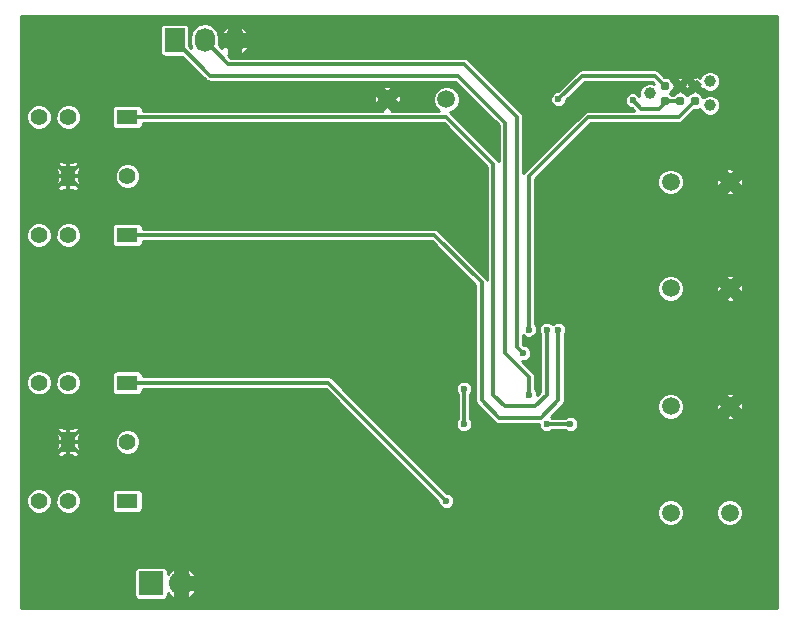
<source format=gbr>
G04 #@! TF.FileFunction,Copper,L2,Bot,Signal*
%FSLAX46Y46*%
G04 Gerber Fmt 4.6, Leading zero omitted, Abs format (unit mm)*
G04 Created by KiCad (PCBNEW 4.0.5) date Thursday, March 09, 2017 'PMt' 04:43:54 PM*
%MOMM*%
%LPD*%
G01*
G04 APERTURE LIST*
%ADD10C,0.150000*%
%ADD11R,1.727200X2.032000*%
%ADD12O,1.727200X2.032000*%
%ADD13C,1.000000*%
%ADD14C,0.787000*%
%ADD15C,1.500000*%
%ADD16R,2.032000X2.032000*%
%ADD17O,2.032000X2.032000*%
%ADD18C,1.400000*%
%ADD19R,1.300000X1.800000*%
%ADD20R,1.800000X1.300000*%
%ADD21C,0.600000*%
%ADD22C,0.300000*%
%ADD23C,0.254000*%
G04 APERTURE END LIST*
D10*
D11*
X148500000Y-43500000D03*
D12*
X151040000Y-43500000D03*
X153580000Y-43500000D03*
D13*
X193810000Y-49016000D03*
X193810000Y-46984000D03*
X188730000Y-48000000D03*
D14*
X192540000Y-48635000D03*
X192540000Y-47365000D03*
X191270000Y-48635000D03*
X191270000Y-47365000D03*
X190000000Y-48635000D03*
X190000000Y-47365000D03*
X190000000Y-47365000D03*
X190000000Y-48635000D03*
X191270000Y-47365000D03*
X191270000Y-48635000D03*
X192540000Y-47365000D03*
X192540000Y-48635000D03*
D13*
X188730000Y-48000000D03*
X193810000Y-46984000D03*
X193810000Y-49016000D03*
D15*
X195500000Y-74500000D03*
X190500000Y-74500000D03*
X195500000Y-64500000D03*
X190500000Y-64500000D03*
X195500000Y-55500000D03*
X190500000Y-55500000D03*
X195500000Y-83500000D03*
X190500000Y-83500000D03*
X166500000Y-48500000D03*
X171500000Y-48500000D03*
D16*
X146500000Y-89500000D03*
D17*
X149040000Y-89500000D03*
D18*
X137000000Y-50000000D03*
X139500000Y-50000000D03*
X137000000Y-60000000D03*
X139500000Y-60000000D03*
X144500000Y-55000000D03*
D19*
X139500000Y-55000000D03*
D20*
X144500000Y-60000000D03*
X144500000Y-50000000D03*
D18*
X137000000Y-72500000D03*
X139500000Y-72500000D03*
X137000000Y-82500000D03*
X139500000Y-82500000D03*
X144500000Y-77500000D03*
D19*
X139500000Y-77500000D03*
D20*
X144500000Y-82500000D03*
X144500000Y-72500000D03*
D21*
X149250000Y-65250000D03*
X158250000Y-74500000D03*
X139250000Y-87750000D03*
X167700000Y-84600000D03*
X151900000Y-87500000D03*
X161000000Y-86900000D03*
X174400000Y-50200000D03*
X174400000Y-57300000D03*
X181500000Y-50200000D03*
X181500000Y-57300000D03*
X158300000Y-66500000D03*
X170600000Y-67600000D03*
X185800000Y-45700000D03*
X173000000Y-67600000D03*
X187500000Y-83600000D03*
X178700000Y-80500000D03*
X167500000Y-82475000D03*
X159500000Y-80100000D03*
X160700000Y-58400000D03*
X170600000Y-57100000D03*
X157500000Y-47500000D03*
X173000000Y-73000000D03*
X173000000Y-76000000D03*
X180000000Y-76000000D03*
X182000000Y-76000000D03*
X187300000Y-48600000D03*
X181000000Y-48500000D03*
X171500000Y-82500000D03*
X181000000Y-68000000D03*
X180000000Y-68000000D03*
X178500000Y-73500000D03*
X178000000Y-70000000D03*
X178500000Y-68000000D03*
D22*
X139500000Y-77500000D02*
X138250000Y-78750000D01*
X139500000Y-77500000D02*
X140750000Y-78750000D01*
X139500000Y-77500000D02*
X138250000Y-76250000D01*
X139500000Y-77500000D02*
X140750000Y-76250000D01*
X139500000Y-77500000D02*
X137750000Y-77500000D01*
X139500000Y-77500000D02*
X139500000Y-79500000D01*
X139500000Y-77500000D02*
X141250000Y-77500000D01*
X139500000Y-77500000D02*
X139500000Y-75750000D01*
X139500000Y-55000000D02*
X138250000Y-56250000D01*
X139500000Y-55000000D02*
X138250000Y-53750000D01*
X139500000Y-55000000D02*
X140750000Y-56250000D01*
X139500000Y-55000000D02*
X140750000Y-53750000D01*
X139500000Y-55000000D02*
X138000000Y-55000000D01*
X139500000Y-55000000D02*
X139500000Y-56500000D01*
X139500000Y-55000000D02*
X141000000Y-55000000D01*
X139500000Y-55000000D02*
X139500000Y-53250000D01*
X167500000Y-82475000D02*
X167500000Y-82500000D01*
X173000000Y-76000000D02*
X173000000Y-73000000D01*
X182000000Y-76000000D02*
X180000000Y-76000000D01*
X190000000Y-48635000D02*
X190000000Y-48800000D01*
X190000000Y-48800000D02*
X189500000Y-49300000D01*
X188000000Y-49300000D02*
X187300000Y-48600000D01*
X189500000Y-49300000D02*
X188000000Y-49300000D01*
X190000000Y-48635000D02*
X191270000Y-48635000D01*
X190000000Y-47365000D02*
X189135000Y-46500000D01*
X183000000Y-46500000D02*
X189135000Y-46500000D01*
X183000000Y-46500000D02*
X181000000Y-48500000D01*
X190000000Y-47365000D02*
X189865000Y-47365000D01*
X161500000Y-72500000D02*
X144500000Y-72500000D01*
X171500000Y-82500000D02*
X161500000Y-72500000D01*
X181000000Y-68000000D02*
X181000000Y-74000000D01*
X170500000Y-60000000D02*
X144500000Y-60000000D01*
X174500000Y-64000000D02*
X170500000Y-60000000D01*
X174500000Y-74000000D02*
X174500000Y-64000000D01*
X176000000Y-75500000D02*
X174500000Y-74000000D01*
X179500000Y-75500000D02*
X176000000Y-75500000D01*
X181000000Y-74000000D02*
X179500000Y-75500000D01*
X180000000Y-68000000D02*
X180000000Y-73500000D01*
X171500000Y-50000000D02*
X144500000Y-50000000D01*
X175500000Y-54000000D02*
X171500000Y-50000000D01*
X175500000Y-73500000D02*
X175500000Y-54000000D01*
X176500000Y-74500000D02*
X175500000Y-73500000D01*
X179000000Y-74500000D02*
X176500000Y-74500000D01*
X180000000Y-73500000D02*
X179000000Y-74500000D01*
X178500000Y-73500000D02*
X178500000Y-72000000D01*
X151500000Y-46500000D02*
X148500000Y-43500000D01*
X172500000Y-46500000D02*
X151500000Y-46500000D01*
X176500000Y-50500000D02*
X172500000Y-46500000D01*
X176500000Y-70000000D02*
X176500000Y-50500000D01*
X178500000Y-72000000D02*
X176500000Y-70000000D01*
X178000000Y-70000000D02*
X177500000Y-69500000D01*
X153040000Y-45500000D02*
X151040000Y-43500000D01*
X173000000Y-45500000D02*
X153040000Y-45500000D01*
X177500000Y-50000000D02*
X173000000Y-45500000D01*
X177500000Y-69500000D02*
X177500000Y-50000000D01*
X178500000Y-68000000D02*
X178500000Y-55000000D01*
X191175000Y-50000000D02*
X192540000Y-48635000D01*
X183500000Y-50000000D02*
X191175000Y-50000000D01*
X178500000Y-55000000D02*
X183500000Y-50000000D01*
D23*
G36*
X199544000Y-91544000D02*
X135456000Y-91544000D01*
X135456000Y-88484000D01*
X145095536Y-88484000D01*
X145095536Y-90516000D01*
X145122103Y-90657190D01*
X145205546Y-90786865D01*
X145332866Y-90873859D01*
X145484000Y-90904464D01*
X147516000Y-90904464D01*
X147657190Y-90877897D01*
X147786865Y-90794454D01*
X147873859Y-90667134D01*
X147904464Y-90516000D01*
X147904464Y-90284677D01*
X148195797Y-90613125D01*
X148334676Y-90705872D01*
X148532000Y-90698536D01*
X148532000Y-90008000D01*
X149548000Y-90008000D01*
X149548000Y-90698536D01*
X149745324Y-90705872D01*
X149884203Y-90613125D01*
X150245916Y-90205331D01*
X150246157Y-90008000D01*
X149548000Y-90008000D01*
X148532000Y-90008000D01*
X148512000Y-90008000D01*
X148512000Y-88992000D01*
X148532000Y-88992000D01*
X148532000Y-88301464D01*
X149548000Y-88301464D01*
X149548000Y-88992000D01*
X150246157Y-88992000D01*
X150245916Y-88794669D01*
X149884203Y-88386875D01*
X149745324Y-88294128D01*
X149548000Y-88301464D01*
X148532000Y-88301464D01*
X148334676Y-88294128D01*
X148195797Y-88386875D01*
X147904464Y-88715323D01*
X147904464Y-88484000D01*
X147877897Y-88342810D01*
X147794454Y-88213135D01*
X147667134Y-88126141D01*
X147516000Y-88095536D01*
X145484000Y-88095536D01*
X145342810Y-88122103D01*
X145213135Y-88205546D01*
X145126141Y-88332866D01*
X145095536Y-88484000D01*
X135456000Y-88484000D01*
X135456000Y-83723983D01*
X189368804Y-83723983D01*
X189540625Y-84139823D01*
X189858503Y-84458256D01*
X190274043Y-84630804D01*
X190723983Y-84631196D01*
X191139823Y-84459375D01*
X191458256Y-84141497D01*
X191630804Y-83725957D01*
X191630805Y-83723983D01*
X194368804Y-83723983D01*
X194540625Y-84139823D01*
X194858503Y-84458256D01*
X195274043Y-84630804D01*
X195723983Y-84631196D01*
X196139823Y-84459375D01*
X196458256Y-84141497D01*
X196630804Y-83725957D01*
X196631196Y-83276017D01*
X196459375Y-82860177D01*
X196141497Y-82541744D01*
X195725957Y-82369196D01*
X195276017Y-82368804D01*
X194860177Y-82540625D01*
X194541744Y-82858503D01*
X194369196Y-83274043D01*
X194368804Y-83723983D01*
X191630805Y-83723983D01*
X191631196Y-83276017D01*
X191459375Y-82860177D01*
X191141497Y-82541744D01*
X190725957Y-82369196D01*
X190276017Y-82368804D01*
X189860177Y-82540625D01*
X189541744Y-82858503D01*
X189369196Y-83274043D01*
X189368804Y-83723983D01*
X135456000Y-83723983D01*
X135456000Y-82714081D01*
X135918813Y-82714081D01*
X136083038Y-83111537D01*
X136386863Y-83415893D01*
X136784032Y-83580812D01*
X137214081Y-83581187D01*
X137611537Y-83416962D01*
X137915893Y-83113137D01*
X138080812Y-82715968D01*
X138080813Y-82714081D01*
X138418813Y-82714081D01*
X138583038Y-83111537D01*
X138886863Y-83415893D01*
X139284032Y-83580812D01*
X139714081Y-83581187D01*
X140111537Y-83416962D01*
X140415893Y-83113137D01*
X140580812Y-82715968D01*
X140581187Y-82285919D01*
X140416962Y-81888463D01*
X140378567Y-81850000D01*
X143211536Y-81850000D01*
X143211536Y-83150000D01*
X143238103Y-83291190D01*
X143321546Y-83420865D01*
X143448866Y-83507859D01*
X143600000Y-83538464D01*
X145400000Y-83538464D01*
X145541190Y-83511897D01*
X145670865Y-83428454D01*
X145757859Y-83301134D01*
X145788464Y-83150000D01*
X145788464Y-81850000D01*
X145761897Y-81708810D01*
X145678454Y-81579135D01*
X145551134Y-81492141D01*
X145400000Y-81461536D01*
X143600000Y-81461536D01*
X143458810Y-81488103D01*
X143329135Y-81571546D01*
X143242141Y-81698866D01*
X143211536Y-81850000D01*
X140378567Y-81850000D01*
X140113137Y-81584107D01*
X139715968Y-81419188D01*
X139285919Y-81418813D01*
X138888463Y-81583038D01*
X138584107Y-81886863D01*
X138419188Y-82284032D01*
X138418813Y-82714081D01*
X138080813Y-82714081D01*
X138081187Y-82285919D01*
X137916962Y-81888463D01*
X137613137Y-81584107D01*
X137215968Y-81419188D01*
X136785919Y-81418813D01*
X136388463Y-81583038D01*
X136084107Y-81886863D01*
X135919188Y-82284032D01*
X135918813Y-82714081D01*
X135456000Y-82714081D01*
X135456000Y-76524215D01*
X138469000Y-76524215D01*
X138469000Y-76954750D01*
X138559000Y-77044750D01*
X138559000Y-77955250D01*
X138469000Y-78045250D01*
X138469000Y-78475785D01*
X138527004Y-78615819D01*
X138634180Y-78722996D01*
X138774214Y-78781000D01*
X139079750Y-78781000D01*
X139175000Y-78685750D01*
X139175000Y-78656000D01*
X139825000Y-78656000D01*
X139825000Y-78685750D01*
X139920250Y-78781000D01*
X140225786Y-78781000D01*
X140365820Y-78722996D01*
X140472996Y-78615819D01*
X140531000Y-78475785D01*
X140531000Y-78045250D01*
X140441000Y-77955250D01*
X140441000Y-77714081D01*
X143418813Y-77714081D01*
X143583038Y-78111537D01*
X143886863Y-78415893D01*
X144284032Y-78580812D01*
X144714081Y-78581187D01*
X145111537Y-78416962D01*
X145415893Y-78113137D01*
X145580812Y-77715968D01*
X145581187Y-77285919D01*
X145416962Y-76888463D01*
X145113137Y-76584107D01*
X144715968Y-76419188D01*
X144285919Y-76418813D01*
X143888463Y-76583038D01*
X143584107Y-76886863D01*
X143419188Y-77284032D01*
X143418813Y-77714081D01*
X140441000Y-77714081D01*
X140441000Y-77044750D01*
X140531000Y-76954750D01*
X140531000Y-76524215D01*
X140472996Y-76384181D01*
X140365820Y-76277004D01*
X140225786Y-76219000D01*
X139920250Y-76219000D01*
X139825000Y-76314250D01*
X139825000Y-76344000D01*
X139175000Y-76344000D01*
X139175000Y-76314250D01*
X139079750Y-76219000D01*
X138774214Y-76219000D01*
X138634180Y-76277004D01*
X138527004Y-76384181D01*
X138469000Y-76524215D01*
X135456000Y-76524215D01*
X135456000Y-72714081D01*
X135918813Y-72714081D01*
X136083038Y-73111537D01*
X136386863Y-73415893D01*
X136784032Y-73580812D01*
X137214081Y-73581187D01*
X137611537Y-73416962D01*
X137915893Y-73113137D01*
X138080812Y-72715968D01*
X138080813Y-72714081D01*
X138418813Y-72714081D01*
X138583038Y-73111537D01*
X138886863Y-73415893D01*
X139284032Y-73580812D01*
X139714081Y-73581187D01*
X140111537Y-73416962D01*
X140415893Y-73113137D01*
X140580812Y-72715968D01*
X140581187Y-72285919D01*
X140416962Y-71888463D01*
X140378567Y-71850000D01*
X143211536Y-71850000D01*
X143211536Y-73150000D01*
X143238103Y-73291190D01*
X143321546Y-73420865D01*
X143448866Y-73507859D01*
X143600000Y-73538464D01*
X145400000Y-73538464D01*
X145541190Y-73511897D01*
X145670865Y-73428454D01*
X145757859Y-73301134D01*
X145788464Y-73150000D01*
X145788464Y-73031000D01*
X161280052Y-73031000D01*
X170818939Y-82569886D01*
X170818882Y-82634865D01*
X170922339Y-82885252D01*
X171113741Y-83076987D01*
X171363946Y-83180882D01*
X171634865Y-83181118D01*
X171885252Y-83077661D01*
X172076987Y-82886259D01*
X172180882Y-82636054D01*
X172181118Y-82365135D01*
X172077661Y-82114748D01*
X171886259Y-81923013D01*
X171636054Y-81819118D01*
X171570007Y-81819060D01*
X162885813Y-73134865D01*
X172318882Y-73134865D01*
X172422339Y-73385252D01*
X172469000Y-73431994D01*
X172469000Y-75567834D01*
X172423013Y-75613741D01*
X172319118Y-75863946D01*
X172318882Y-76134865D01*
X172422339Y-76385252D01*
X172613741Y-76576987D01*
X172863946Y-76680882D01*
X173134865Y-76681118D01*
X173385252Y-76577661D01*
X173576987Y-76386259D01*
X173680882Y-76136054D01*
X173681118Y-75865135D01*
X173577661Y-75614748D01*
X173531000Y-75568006D01*
X173531000Y-73432166D01*
X173576987Y-73386259D01*
X173680882Y-73136054D01*
X173681118Y-72865135D01*
X173577661Y-72614748D01*
X173386259Y-72423013D01*
X173136054Y-72319118D01*
X172865135Y-72318882D01*
X172614748Y-72422339D01*
X172423013Y-72613741D01*
X172319118Y-72863946D01*
X172318882Y-73134865D01*
X162885813Y-73134865D01*
X161875474Y-72124526D01*
X161703205Y-72009420D01*
X161500000Y-71969000D01*
X145788464Y-71969000D01*
X145788464Y-71850000D01*
X145761897Y-71708810D01*
X145678454Y-71579135D01*
X145551134Y-71492141D01*
X145400000Y-71461536D01*
X143600000Y-71461536D01*
X143458810Y-71488103D01*
X143329135Y-71571546D01*
X143242141Y-71698866D01*
X143211536Y-71850000D01*
X140378567Y-71850000D01*
X140113137Y-71584107D01*
X139715968Y-71419188D01*
X139285919Y-71418813D01*
X138888463Y-71583038D01*
X138584107Y-71886863D01*
X138419188Y-72284032D01*
X138418813Y-72714081D01*
X138080813Y-72714081D01*
X138081187Y-72285919D01*
X137916962Y-71888463D01*
X137613137Y-71584107D01*
X137215968Y-71419188D01*
X136785919Y-71418813D01*
X136388463Y-71583038D01*
X136084107Y-71886863D01*
X135919188Y-72284032D01*
X135918813Y-72714081D01*
X135456000Y-72714081D01*
X135456000Y-60214081D01*
X135918813Y-60214081D01*
X136083038Y-60611537D01*
X136386863Y-60915893D01*
X136784032Y-61080812D01*
X137214081Y-61081187D01*
X137611537Y-60916962D01*
X137915893Y-60613137D01*
X138080812Y-60215968D01*
X138080813Y-60214081D01*
X138418813Y-60214081D01*
X138583038Y-60611537D01*
X138886863Y-60915893D01*
X139284032Y-61080812D01*
X139714081Y-61081187D01*
X140111537Y-60916962D01*
X140415893Y-60613137D01*
X140580812Y-60215968D01*
X140581187Y-59785919D01*
X140416962Y-59388463D01*
X140113137Y-59084107D01*
X139715968Y-58919188D01*
X139285919Y-58918813D01*
X138888463Y-59083038D01*
X138584107Y-59386863D01*
X138419188Y-59784032D01*
X138418813Y-60214081D01*
X138080813Y-60214081D01*
X138081187Y-59785919D01*
X137916962Y-59388463D01*
X137613137Y-59084107D01*
X137215968Y-58919188D01*
X136785919Y-58918813D01*
X136388463Y-59083038D01*
X136084107Y-59386863D01*
X135919188Y-59784032D01*
X135918813Y-60214081D01*
X135456000Y-60214081D01*
X135456000Y-54024215D01*
X138469000Y-54024215D01*
X138469000Y-54454750D01*
X138559000Y-54544750D01*
X138559000Y-55455250D01*
X138469000Y-55545250D01*
X138469000Y-55975785D01*
X138527004Y-56115819D01*
X138634180Y-56222996D01*
X138774214Y-56281000D01*
X139079750Y-56281000D01*
X139175000Y-56185750D01*
X139175000Y-56156000D01*
X139825000Y-56156000D01*
X139825000Y-56185750D01*
X139920250Y-56281000D01*
X140225786Y-56281000D01*
X140365820Y-56222996D01*
X140472996Y-56115819D01*
X140531000Y-55975785D01*
X140531000Y-55545250D01*
X140441000Y-55455250D01*
X140441000Y-55214081D01*
X143418813Y-55214081D01*
X143583038Y-55611537D01*
X143886863Y-55915893D01*
X144284032Y-56080812D01*
X144714081Y-56081187D01*
X145111537Y-55916962D01*
X145415893Y-55613137D01*
X145580812Y-55215968D01*
X145581187Y-54785919D01*
X145416962Y-54388463D01*
X145113137Y-54084107D01*
X144715968Y-53919188D01*
X144285919Y-53918813D01*
X143888463Y-54083038D01*
X143584107Y-54386863D01*
X143419188Y-54784032D01*
X143418813Y-55214081D01*
X140441000Y-55214081D01*
X140441000Y-54544750D01*
X140531000Y-54454750D01*
X140531000Y-54024215D01*
X140472996Y-53884181D01*
X140365820Y-53777004D01*
X140225786Y-53719000D01*
X139920250Y-53719000D01*
X139825000Y-53814250D01*
X139825000Y-53844000D01*
X139175000Y-53844000D01*
X139175000Y-53814250D01*
X139079750Y-53719000D01*
X138774214Y-53719000D01*
X138634180Y-53777004D01*
X138527004Y-53884181D01*
X138469000Y-54024215D01*
X135456000Y-54024215D01*
X135456000Y-50214081D01*
X135918813Y-50214081D01*
X136083038Y-50611537D01*
X136386863Y-50915893D01*
X136784032Y-51080812D01*
X137214081Y-51081187D01*
X137611537Y-50916962D01*
X137915893Y-50613137D01*
X138080812Y-50215968D01*
X138080813Y-50214081D01*
X138418813Y-50214081D01*
X138583038Y-50611537D01*
X138886863Y-50915893D01*
X139284032Y-51080812D01*
X139714081Y-51081187D01*
X140111537Y-50916962D01*
X140415893Y-50613137D01*
X140580812Y-50215968D01*
X140581187Y-49785919D01*
X140416962Y-49388463D01*
X140378567Y-49350000D01*
X143211536Y-49350000D01*
X143211536Y-50650000D01*
X143238103Y-50791190D01*
X143321546Y-50920865D01*
X143448866Y-51007859D01*
X143600000Y-51038464D01*
X145400000Y-51038464D01*
X145541190Y-51011897D01*
X145670865Y-50928454D01*
X145757859Y-50801134D01*
X145788464Y-50650000D01*
X145788464Y-50531000D01*
X171280052Y-50531000D01*
X174969000Y-54219948D01*
X174969000Y-63764498D01*
X174875474Y-63624526D01*
X170875474Y-59624526D01*
X170703205Y-59509420D01*
X170500000Y-59469000D01*
X145788464Y-59469000D01*
X145788464Y-59350000D01*
X145761897Y-59208810D01*
X145678454Y-59079135D01*
X145551134Y-58992141D01*
X145400000Y-58961536D01*
X143600000Y-58961536D01*
X143458810Y-58988103D01*
X143329135Y-59071546D01*
X143242141Y-59198866D01*
X143211536Y-59350000D01*
X143211536Y-60650000D01*
X143238103Y-60791190D01*
X143321546Y-60920865D01*
X143448866Y-61007859D01*
X143600000Y-61038464D01*
X145400000Y-61038464D01*
X145541190Y-61011897D01*
X145670865Y-60928454D01*
X145757859Y-60801134D01*
X145788464Y-60650000D01*
X145788464Y-60531000D01*
X170280052Y-60531000D01*
X173969000Y-64219948D01*
X173969000Y-74000000D01*
X174009420Y-74203205D01*
X174124526Y-74375474D01*
X175624524Y-75875471D01*
X175624526Y-75875474D01*
X175796795Y-75990580D01*
X176000000Y-76031000D01*
X179318972Y-76031000D01*
X179318882Y-76134865D01*
X179422339Y-76385252D01*
X179613741Y-76576987D01*
X179863946Y-76680882D01*
X180134865Y-76681118D01*
X180385252Y-76577661D01*
X180431994Y-76531000D01*
X181567834Y-76531000D01*
X181613741Y-76576987D01*
X181863946Y-76680882D01*
X182134865Y-76681118D01*
X182385252Y-76577661D01*
X182576987Y-76386259D01*
X182680882Y-76136054D01*
X182681118Y-75865135D01*
X182577661Y-75614748D01*
X182386259Y-75423013D01*
X182136054Y-75319118D01*
X181865135Y-75318882D01*
X181614748Y-75422339D01*
X181568006Y-75469000D01*
X180432166Y-75469000D01*
X180386259Y-75423013D01*
X180345047Y-75405900D01*
X181026964Y-74723983D01*
X189368804Y-74723983D01*
X189540625Y-75139823D01*
X189858503Y-75458256D01*
X190274043Y-75630804D01*
X190723983Y-75631196D01*
X191127068Y-75464645D01*
X195065685Y-75464645D01*
X195162413Y-75602637D01*
X195610071Y-75647893D01*
X195837587Y-75602637D01*
X195934315Y-75464645D01*
X195500000Y-75030330D01*
X195065685Y-75464645D01*
X191127068Y-75464645D01*
X191139823Y-75459375D01*
X191458256Y-75141497D01*
X191630804Y-74725957D01*
X191630904Y-74610071D01*
X194352107Y-74610071D01*
X194397363Y-74837587D01*
X194535355Y-74934315D01*
X194969670Y-74500000D01*
X196030330Y-74500000D01*
X196464645Y-74934315D01*
X196602637Y-74837587D01*
X196647893Y-74389929D01*
X196602637Y-74162413D01*
X196464645Y-74065685D01*
X196030330Y-74500000D01*
X194969670Y-74500000D01*
X194535355Y-74065685D01*
X194397363Y-74162413D01*
X194352107Y-74610071D01*
X191630904Y-74610071D01*
X191631196Y-74276017D01*
X191459375Y-73860177D01*
X191141497Y-73541744D01*
X191126111Y-73535355D01*
X195065685Y-73535355D01*
X195500000Y-73969670D01*
X195934315Y-73535355D01*
X195837587Y-73397363D01*
X195389929Y-73352107D01*
X195162413Y-73397363D01*
X195065685Y-73535355D01*
X191126111Y-73535355D01*
X190725957Y-73369196D01*
X190276017Y-73368804D01*
X189860177Y-73540625D01*
X189541744Y-73858503D01*
X189369196Y-74274043D01*
X189368804Y-74723983D01*
X181026964Y-74723983D01*
X181375471Y-74375476D01*
X181375474Y-74375474D01*
X181490580Y-74203205D01*
X181531000Y-74000000D01*
X181531000Y-68432166D01*
X181576987Y-68386259D01*
X181680882Y-68136054D01*
X181681118Y-67865135D01*
X181577661Y-67614748D01*
X181386259Y-67423013D01*
X181136054Y-67319118D01*
X180865135Y-67318882D01*
X180614748Y-67422339D01*
X180499968Y-67536920D01*
X180386259Y-67423013D01*
X180136054Y-67319118D01*
X179865135Y-67318882D01*
X179614748Y-67422339D01*
X179423013Y-67613741D01*
X179319118Y-67863946D01*
X179318882Y-68134865D01*
X179422339Y-68385252D01*
X179469000Y-68431994D01*
X179469000Y-73280053D01*
X179180941Y-73568111D01*
X179181118Y-73365135D01*
X179077661Y-73114748D01*
X179031000Y-73068006D01*
X179031000Y-72000000D01*
X178990580Y-71796795D01*
X178875474Y-71624526D01*
X177931889Y-70680941D01*
X178134865Y-70681118D01*
X178385252Y-70577661D01*
X178576987Y-70386259D01*
X178680882Y-70136054D01*
X178681118Y-69865135D01*
X178577661Y-69614748D01*
X178386259Y-69423013D01*
X178136054Y-69319118D01*
X178070008Y-69319060D01*
X178031000Y-69280052D01*
X178031000Y-68494102D01*
X178113741Y-68576987D01*
X178363946Y-68680882D01*
X178634865Y-68681118D01*
X178885252Y-68577661D01*
X179076987Y-68386259D01*
X179180882Y-68136054D01*
X179181118Y-67865135D01*
X179077661Y-67614748D01*
X179031000Y-67568006D01*
X179031000Y-64723983D01*
X189368804Y-64723983D01*
X189540625Y-65139823D01*
X189858503Y-65458256D01*
X190274043Y-65630804D01*
X190723983Y-65631196D01*
X191127068Y-65464645D01*
X195065685Y-65464645D01*
X195162413Y-65602637D01*
X195610071Y-65647893D01*
X195837587Y-65602637D01*
X195934315Y-65464645D01*
X195500000Y-65030330D01*
X195065685Y-65464645D01*
X191127068Y-65464645D01*
X191139823Y-65459375D01*
X191458256Y-65141497D01*
X191630804Y-64725957D01*
X191630904Y-64610071D01*
X194352107Y-64610071D01*
X194397363Y-64837587D01*
X194535355Y-64934315D01*
X194969670Y-64500000D01*
X196030330Y-64500000D01*
X196464645Y-64934315D01*
X196602637Y-64837587D01*
X196647893Y-64389929D01*
X196602637Y-64162413D01*
X196464645Y-64065685D01*
X196030330Y-64500000D01*
X194969670Y-64500000D01*
X194535355Y-64065685D01*
X194397363Y-64162413D01*
X194352107Y-64610071D01*
X191630904Y-64610071D01*
X191631196Y-64276017D01*
X191459375Y-63860177D01*
X191141497Y-63541744D01*
X191126111Y-63535355D01*
X195065685Y-63535355D01*
X195500000Y-63969670D01*
X195934315Y-63535355D01*
X195837587Y-63397363D01*
X195389929Y-63352107D01*
X195162413Y-63397363D01*
X195065685Y-63535355D01*
X191126111Y-63535355D01*
X190725957Y-63369196D01*
X190276017Y-63368804D01*
X189860177Y-63540625D01*
X189541744Y-63858503D01*
X189369196Y-64274043D01*
X189368804Y-64723983D01*
X179031000Y-64723983D01*
X179031000Y-55723983D01*
X189368804Y-55723983D01*
X189540625Y-56139823D01*
X189858503Y-56458256D01*
X190274043Y-56630804D01*
X190723983Y-56631196D01*
X191127068Y-56464645D01*
X195065685Y-56464645D01*
X195162413Y-56602637D01*
X195610071Y-56647893D01*
X195837587Y-56602637D01*
X195934315Y-56464645D01*
X195500000Y-56030330D01*
X195065685Y-56464645D01*
X191127068Y-56464645D01*
X191139823Y-56459375D01*
X191458256Y-56141497D01*
X191630804Y-55725957D01*
X191630904Y-55610071D01*
X194352107Y-55610071D01*
X194397363Y-55837587D01*
X194535355Y-55934315D01*
X194969670Y-55500000D01*
X196030330Y-55500000D01*
X196464645Y-55934315D01*
X196602637Y-55837587D01*
X196647893Y-55389929D01*
X196602637Y-55162413D01*
X196464645Y-55065685D01*
X196030330Y-55500000D01*
X194969670Y-55500000D01*
X194535355Y-55065685D01*
X194397363Y-55162413D01*
X194352107Y-55610071D01*
X191630904Y-55610071D01*
X191631196Y-55276017D01*
X191459375Y-54860177D01*
X191141497Y-54541744D01*
X191126111Y-54535355D01*
X195065685Y-54535355D01*
X195500000Y-54969670D01*
X195934315Y-54535355D01*
X195837587Y-54397363D01*
X195389929Y-54352107D01*
X195162413Y-54397363D01*
X195065685Y-54535355D01*
X191126111Y-54535355D01*
X190725957Y-54369196D01*
X190276017Y-54368804D01*
X189860177Y-54540625D01*
X189541744Y-54858503D01*
X189369196Y-55274043D01*
X189368804Y-55723983D01*
X179031000Y-55723983D01*
X179031000Y-55219948D01*
X183719948Y-50531000D01*
X191175000Y-50531000D01*
X191378205Y-50490580D01*
X191550474Y-50375474D01*
X192516468Y-49409480D01*
X192693382Y-49409634D01*
X192971859Y-49294570D01*
X193062689Y-49514395D01*
X193310302Y-49762440D01*
X193633989Y-49896847D01*
X193984473Y-49897153D01*
X194308395Y-49763311D01*
X194556440Y-49515698D01*
X194690847Y-49192011D01*
X194691153Y-48841527D01*
X194557311Y-48517605D01*
X194309698Y-48269560D01*
X193986011Y-48135153D01*
X193635527Y-48134847D01*
X193311605Y-48268689D01*
X193251461Y-48328728D01*
X193196972Y-48196854D01*
X192979292Y-47978794D01*
X192801879Y-47905126D01*
X192540000Y-47643247D01*
X192278002Y-47905245D01*
X192101854Y-47978028D01*
X191904848Y-48174691D01*
X191709292Y-47978794D01*
X191531879Y-47905126D01*
X191270000Y-47643247D01*
X191008002Y-47905245D01*
X190831854Y-47978028D01*
X190705662Y-48104000D01*
X190564280Y-48104000D01*
X190460309Y-47999848D01*
X190656206Y-47804292D01*
X190729874Y-47626879D01*
X190991753Y-47365000D01*
X191548247Y-47365000D01*
X191797459Y-47614212D01*
X191805641Y-47655347D01*
X191855070Y-47671823D01*
X191880034Y-47696787D01*
X191905000Y-47688465D01*
X191929966Y-47696787D01*
X191954930Y-47671823D01*
X192004359Y-47655347D01*
X192011698Y-47615055D01*
X192261753Y-47365000D01*
X192012541Y-47115788D01*
X192004359Y-47074653D01*
X191954930Y-47058177D01*
X191929966Y-47033213D01*
X191905000Y-47041535D01*
X191880034Y-47033213D01*
X191855070Y-47058177D01*
X191805641Y-47074653D01*
X191798302Y-47114945D01*
X191548247Y-47365000D01*
X190991753Y-47365000D01*
X190729755Y-47103002D01*
X190656972Y-46926854D01*
X190485384Y-46754966D01*
X190938213Y-46754966D01*
X191270000Y-47086753D01*
X191601787Y-46754966D01*
X192208213Y-46754966D01*
X192540000Y-47086753D01*
X192679123Y-46947630D01*
X192956224Y-47224731D01*
X192956894Y-47226353D01*
X192818247Y-47365000D01*
X193150034Y-47696787D01*
X193245082Y-47665106D01*
X193310302Y-47730440D01*
X193633989Y-47864847D01*
X193984473Y-47865153D01*
X194308395Y-47731311D01*
X194556440Y-47483698D01*
X194690847Y-47160011D01*
X194691153Y-46809527D01*
X194557311Y-46485605D01*
X194309698Y-46237560D01*
X193986011Y-46103153D01*
X193635527Y-46102847D01*
X193311605Y-46236689D01*
X193063560Y-46484302D01*
X192978176Y-46689928D01*
X192737412Y-46449164D01*
X192598215Y-46588361D01*
X192527218Y-46575430D01*
X192249653Y-46630641D01*
X192208213Y-46754966D01*
X191601787Y-46754966D01*
X191560347Y-46630641D01*
X191257218Y-46575430D01*
X190979653Y-46630641D01*
X190938213Y-46754966D01*
X190485384Y-46754966D01*
X190439292Y-46708794D01*
X190154733Y-46590635D01*
X189976427Y-46590479D01*
X189510474Y-46124526D01*
X189338205Y-46009420D01*
X189135000Y-45969000D01*
X183000000Y-45969000D01*
X182796795Y-46009420D01*
X182624526Y-46124526D01*
X180930113Y-47818939D01*
X180865135Y-47818882D01*
X180614748Y-47922339D01*
X180423013Y-48113741D01*
X180319118Y-48363946D01*
X180318882Y-48634865D01*
X180422339Y-48885252D01*
X180613741Y-49076987D01*
X180863946Y-49180882D01*
X181134865Y-49181118D01*
X181385252Y-49077661D01*
X181576987Y-48886259D01*
X181680882Y-48636054D01*
X181680940Y-48570008D01*
X183219948Y-47031000D01*
X188915052Y-47031000D01*
X189072222Y-47188170D01*
X188906011Y-47119153D01*
X188555527Y-47118847D01*
X188231605Y-47252689D01*
X187983560Y-47500302D01*
X187849153Y-47823989D01*
X187848847Y-48174473D01*
X187856892Y-48193943D01*
X187686259Y-48023013D01*
X187436054Y-47919118D01*
X187165135Y-47918882D01*
X186914748Y-48022339D01*
X186723013Y-48213741D01*
X186619118Y-48463946D01*
X186618882Y-48734865D01*
X186722339Y-48985252D01*
X186913741Y-49176987D01*
X187163946Y-49280882D01*
X187229992Y-49280940D01*
X187418053Y-49469000D01*
X183500005Y-49469000D01*
X183500000Y-49468999D01*
X183296795Y-49509420D01*
X183124526Y-49624526D01*
X178124526Y-54624526D01*
X178031000Y-54764498D01*
X178031000Y-50000000D01*
X177990580Y-49796795D01*
X177875474Y-49624526D01*
X173375474Y-45124526D01*
X173203205Y-45009420D01*
X173000000Y-44969000D01*
X153259948Y-44969000D01*
X153022804Y-44731856D01*
X153148200Y-44717555D01*
X153148200Y-44008000D01*
X154011800Y-44008000D01*
X154011800Y-44717555D01*
X154189089Y-44737775D01*
X154391630Y-44566825D01*
X154679784Y-44186621D01*
X154654564Y-44008000D01*
X154011800Y-44008000D01*
X153148200Y-44008000D01*
X152505436Y-44008000D01*
X152480216Y-44186621D01*
X152488502Y-44197554D01*
X152232523Y-43941575D01*
X152284600Y-43679769D01*
X152284600Y-43320231D01*
X152189860Y-42843943D01*
X152169438Y-42813379D01*
X152480216Y-42813379D01*
X152505436Y-42992000D01*
X153148200Y-42992000D01*
X153148200Y-42282445D01*
X154011800Y-42282445D01*
X154011800Y-42992000D01*
X154654564Y-42992000D01*
X154679784Y-42813379D01*
X154391630Y-42433175D01*
X154189089Y-42262225D01*
X154011800Y-42282445D01*
X153148200Y-42282445D01*
X152970911Y-42262225D01*
X152768370Y-42433175D01*
X152480216Y-42813379D01*
X152169438Y-42813379D01*
X151920065Y-42440166D01*
X151516288Y-42170371D01*
X151040000Y-42075631D01*
X150563712Y-42170371D01*
X150159935Y-42440166D01*
X149890140Y-42843943D01*
X149795400Y-43320231D01*
X149795400Y-43679769D01*
X149885952Y-44135005D01*
X149752064Y-44001116D01*
X149752064Y-42484000D01*
X149725497Y-42342810D01*
X149642054Y-42213135D01*
X149514734Y-42126141D01*
X149363600Y-42095536D01*
X147636400Y-42095536D01*
X147495210Y-42122103D01*
X147365535Y-42205546D01*
X147278541Y-42332866D01*
X147247936Y-42484000D01*
X147247936Y-44516000D01*
X147274503Y-44657190D01*
X147357946Y-44786865D01*
X147485266Y-44873859D01*
X147636400Y-44904464D01*
X149153516Y-44904464D01*
X151124524Y-46875471D01*
X151124526Y-46875474D01*
X151199707Y-46925708D01*
X151296795Y-46990580D01*
X151500000Y-47031001D01*
X151500005Y-47031000D01*
X172280052Y-47031000D01*
X175969000Y-50719948D01*
X175969000Y-53764498D01*
X175875474Y-53624526D01*
X171875474Y-49624526D01*
X171823757Y-49589970D01*
X172139823Y-49459375D01*
X172458256Y-49141497D01*
X172630804Y-48725957D01*
X172631196Y-48276017D01*
X172459375Y-47860177D01*
X172141497Y-47541744D01*
X171725957Y-47369196D01*
X171276017Y-47368804D01*
X170860177Y-47540625D01*
X170541744Y-47858503D01*
X170369196Y-48274043D01*
X170368804Y-48723983D01*
X170540625Y-49139823D01*
X170858503Y-49458256D01*
X170884377Y-49469000D01*
X166931262Y-49469000D01*
X166934315Y-49464645D01*
X166500000Y-49030330D01*
X166065685Y-49464645D01*
X166068738Y-49469000D01*
X145788464Y-49469000D01*
X145788464Y-49350000D01*
X145761897Y-49208810D01*
X145678454Y-49079135D01*
X145551134Y-48992141D01*
X145400000Y-48961536D01*
X143600000Y-48961536D01*
X143458810Y-48988103D01*
X143329135Y-49071546D01*
X143242141Y-49198866D01*
X143211536Y-49350000D01*
X140378567Y-49350000D01*
X140113137Y-49084107D01*
X139715968Y-48919188D01*
X139285919Y-48918813D01*
X138888463Y-49083038D01*
X138584107Y-49386863D01*
X138419188Y-49784032D01*
X138418813Y-50214081D01*
X138080813Y-50214081D01*
X138081187Y-49785919D01*
X137916962Y-49388463D01*
X137613137Y-49084107D01*
X137215968Y-48919188D01*
X136785919Y-48918813D01*
X136388463Y-49083038D01*
X136084107Y-49386863D01*
X135919188Y-49784032D01*
X135918813Y-50214081D01*
X135456000Y-50214081D01*
X135456000Y-48610071D01*
X165352107Y-48610071D01*
X165397363Y-48837587D01*
X165535355Y-48934315D01*
X165969670Y-48500000D01*
X167030330Y-48500000D01*
X167464645Y-48934315D01*
X167602637Y-48837587D01*
X167647893Y-48389929D01*
X167602637Y-48162413D01*
X167464645Y-48065685D01*
X167030330Y-48500000D01*
X165969670Y-48500000D01*
X165535355Y-48065685D01*
X165397363Y-48162413D01*
X165352107Y-48610071D01*
X135456000Y-48610071D01*
X135456000Y-47535355D01*
X166065685Y-47535355D01*
X166500000Y-47969670D01*
X166934315Y-47535355D01*
X166837587Y-47397363D01*
X166389929Y-47352107D01*
X166162413Y-47397363D01*
X166065685Y-47535355D01*
X135456000Y-47535355D01*
X135456000Y-41456000D01*
X199544000Y-41456000D01*
X199544000Y-91544000D01*
X199544000Y-91544000D01*
G37*
X199544000Y-91544000D02*
X135456000Y-91544000D01*
X135456000Y-88484000D01*
X145095536Y-88484000D01*
X145095536Y-90516000D01*
X145122103Y-90657190D01*
X145205546Y-90786865D01*
X145332866Y-90873859D01*
X145484000Y-90904464D01*
X147516000Y-90904464D01*
X147657190Y-90877897D01*
X147786865Y-90794454D01*
X147873859Y-90667134D01*
X147904464Y-90516000D01*
X147904464Y-90284677D01*
X148195797Y-90613125D01*
X148334676Y-90705872D01*
X148532000Y-90698536D01*
X148532000Y-90008000D01*
X149548000Y-90008000D01*
X149548000Y-90698536D01*
X149745324Y-90705872D01*
X149884203Y-90613125D01*
X150245916Y-90205331D01*
X150246157Y-90008000D01*
X149548000Y-90008000D01*
X148532000Y-90008000D01*
X148512000Y-90008000D01*
X148512000Y-88992000D01*
X148532000Y-88992000D01*
X148532000Y-88301464D01*
X149548000Y-88301464D01*
X149548000Y-88992000D01*
X150246157Y-88992000D01*
X150245916Y-88794669D01*
X149884203Y-88386875D01*
X149745324Y-88294128D01*
X149548000Y-88301464D01*
X148532000Y-88301464D01*
X148334676Y-88294128D01*
X148195797Y-88386875D01*
X147904464Y-88715323D01*
X147904464Y-88484000D01*
X147877897Y-88342810D01*
X147794454Y-88213135D01*
X147667134Y-88126141D01*
X147516000Y-88095536D01*
X145484000Y-88095536D01*
X145342810Y-88122103D01*
X145213135Y-88205546D01*
X145126141Y-88332866D01*
X145095536Y-88484000D01*
X135456000Y-88484000D01*
X135456000Y-83723983D01*
X189368804Y-83723983D01*
X189540625Y-84139823D01*
X189858503Y-84458256D01*
X190274043Y-84630804D01*
X190723983Y-84631196D01*
X191139823Y-84459375D01*
X191458256Y-84141497D01*
X191630804Y-83725957D01*
X191630805Y-83723983D01*
X194368804Y-83723983D01*
X194540625Y-84139823D01*
X194858503Y-84458256D01*
X195274043Y-84630804D01*
X195723983Y-84631196D01*
X196139823Y-84459375D01*
X196458256Y-84141497D01*
X196630804Y-83725957D01*
X196631196Y-83276017D01*
X196459375Y-82860177D01*
X196141497Y-82541744D01*
X195725957Y-82369196D01*
X195276017Y-82368804D01*
X194860177Y-82540625D01*
X194541744Y-82858503D01*
X194369196Y-83274043D01*
X194368804Y-83723983D01*
X191630805Y-83723983D01*
X191631196Y-83276017D01*
X191459375Y-82860177D01*
X191141497Y-82541744D01*
X190725957Y-82369196D01*
X190276017Y-82368804D01*
X189860177Y-82540625D01*
X189541744Y-82858503D01*
X189369196Y-83274043D01*
X189368804Y-83723983D01*
X135456000Y-83723983D01*
X135456000Y-82714081D01*
X135918813Y-82714081D01*
X136083038Y-83111537D01*
X136386863Y-83415893D01*
X136784032Y-83580812D01*
X137214081Y-83581187D01*
X137611537Y-83416962D01*
X137915893Y-83113137D01*
X138080812Y-82715968D01*
X138080813Y-82714081D01*
X138418813Y-82714081D01*
X138583038Y-83111537D01*
X138886863Y-83415893D01*
X139284032Y-83580812D01*
X139714081Y-83581187D01*
X140111537Y-83416962D01*
X140415893Y-83113137D01*
X140580812Y-82715968D01*
X140581187Y-82285919D01*
X140416962Y-81888463D01*
X140378567Y-81850000D01*
X143211536Y-81850000D01*
X143211536Y-83150000D01*
X143238103Y-83291190D01*
X143321546Y-83420865D01*
X143448866Y-83507859D01*
X143600000Y-83538464D01*
X145400000Y-83538464D01*
X145541190Y-83511897D01*
X145670865Y-83428454D01*
X145757859Y-83301134D01*
X145788464Y-83150000D01*
X145788464Y-81850000D01*
X145761897Y-81708810D01*
X145678454Y-81579135D01*
X145551134Y-81492141D01*
X145400000Y-81461536D01*
X143600000Y-81461536D01*
X143458810Y-81488103D01*
X143329135Y-81571546D01*
X143242141Y-81698866D01*
X143211536Y-81850000D01*
X140378567Y-81850000D01*
X140113137Y-81584107D01*
X139715968Y-81419188D01*
X139285919Y-81418813D01*
X138888463Y-81583038D01*
X138584107Y-81886863D01*
X138419188Y-82284032D01*
X138418813Y-82714081D01*
X138080813Y-82714081D01*
X138081187Y-82285919D01*
X137916962Y-81888463D01*
X137613137Y-81584107D01*
X137215968Y-81419188D01*
X136785919Y-81418813D01*
X136388463Y-81583038D01*
X136084107Y-81886863D01*
X135919188Y-82284032D01*
X135918813Y-82714081D01*
X135456000Y-82714081D01*
X135456000Y-76524215D01*
X138469000Y-76524215D01*
X138469000Y-76954750D01*
X138559000Y-77044750D01*
X138559000Y-77955250D01*
X138469000Y-78045250D01*
X138469000Y-78475785D01*
X138527004Y-78615819D01*
X138634180Y-78722996D01*
X138774214Y-78781000D01*
X139079750Y-78781000D01*
X139175000Y-78685750D01*
X139175000Y-78656000D01*
X139825000Y-78656000D01*
X139825000Y-78685750D01*
X139920250Y-78781000D01*
X140225786Y-78781000D01*
X140365820Y-78722996D01*
X140472996Y-78615819D01*
X140531000Y-78475785D01*
X140531000Y-78045250D01*
X140441000Y-77955250D01*
X140441000Y-77714081D01*
X143418813Y-77714081D01*
X143583038Y-78111537D01*
X143886863Y-78415893D01*
X144284032Y-78580812D01*
X144714081Y-78581187D01*
X145111537Y-78416962D01*
X145415893Y-78113137D01*
X145580812Y-77715968D01*
X145581187Y-77285919D01*
X145416962Y-76888463D01*
X145113137Y-76584107D01*
X144715968Y-76419188D01*
X144285919Y-76418813D01*
X143888463Y-76583038D01*
X143584107Y-76886863D01*
X143419188Y-77284032D01*
X143418813Y-77714081D01*
X140441000Y-77714081D01*
X140441000Y-77044750D01*
X140531000Y-76954750D01*
X140531000Y-76524215D01*
X140472996Y-76384181D01*
X140365820Y-76277004D01*
X140225786Y-76219000D01*
X139920250Y-76219000D01*
X139825000Y-76314250D01*
X139825000Y-76344000D01*
X139175000Y-76344000D01*
X139175000Y-76314250D01*
X139079750Y-76219000D01*
X138774214Y-76219000D01*
X138634180Y-76277004D01*
X138527004Y-76384181D01*
X138469000Y-76524215D01*
X135456000Y-76524215D01*
X135456000Y-72714081D01*
X135918813Y-72714081D01*
X136083038Y-73111537D01*
X136386863Y-73415893D01*
X136784032Y-73580812D01*
X137214081Y-73581187D01*
X137611537Y-73416962D01*
X137915893Y-73113137D01*
X138080812Y-72715968D01*
X138080813Y-72714081D01*
X138418813Y-72714081D01*
X138583038Y-73111537D01*
X138886863Y-73415893D01*
X139284032Y-73580812D01*
X139714081Y-73581187D01*
X140111537Y-73416962D01*
X140415893Y-73113137D01*
X140580812Y-72715968D01*
X140581187Y-72285919D01*
X140416962Y-71888463D01*
X140378567Y-71850000D01*
X143211536Y-71850000D01*
X143211536Y-73150000D01*
X143238103Y-73291190D01*
X143321546Y-73420865D01*
X143448866Y-73507859D01*
X143600000Y-73538464D01*
X145400000Y-73538464D01*
X145541190Y-73511897D01*
X145670865Y-73428454D01*
X145757859Y-73301134D01*
X145788464Y-73150000D01*
X145788464Y-73031000D01*
X161280052Y-73031000D01*
X170818939Y-82569886D01*
X170818882Y-82634865D01*
X170922339Y-82885252D01*
X171113741Y-83076987D01*
X171363946Y-83180882D01*
X171634865Y-83181118D01*
X171885252Y-83077661D01*
X172076987Y-82886259D01*
X172180882Y-82636054D01*
X172181118Y-82365135D01*
X172077661Y-82114748D01*
X171886259Y-81923013D01*
X171636054Y-81819118D01*
X171570007Y-81819060D01*
X162885813Y-73134865D01*
X172318882Y-73134865D01*
X172422339Y-73385252D01*
X172469000Y-73431994D01*
X172469000Y-75567834D01*
X172423013Y-75613741D01*
X172319118Y-75863946D01*
X172318882Y-76134865D01*
X172422339Y-76385252D01*
X172613741Y-76576987D01*
X172863946Y-76680882D01*
X173134865Y-76681118D01*
X173385252Y-76577661D01*
X173576987Y-76386259D01*
X173680882Y-76136054D01*
X173681118Y-75865135D01*
X173577661Y-75614748D01*
X173531000Y-75568006D01*
X173531000Y-73432166D01*
X173576987Y-73386259D01*
X173680882Y-73136054D01*
X173681118Y-72865135D01*
X173577661Y-72614748D01*
X173386259Y-72423013D01*
X173136054Y-72319118D01*
X172865135Y-72318882D01*
X172614748Y-72422339D01*
X172423013Y-72613741D01*
X172319118Y-72863946D01*
X172318882Y-73134865D01*
X162885813Y-73134865D01*
X161875474Y-72124526D01*
X161703205Y-72009420D01*
X161500000Y-71969000D01*
X145788464Y-71969000D01*
X145788464Y-71850000D01*
X145761897Y-71708810D01*
X145678454Y-71579135D01*
X145551134Y-71492141D01*
X145400000Y-71461536D01*
X143600000Y-71461536D01*
X143458810Y-71488103D01*
X143329135Y-71571546D01*
X143242141Y-71698866D01*
X143211536Y-71850000D01*
X140378567Y-71850000D01*
X140113137Y-71584107D01*
X139715968Y-71419188D01*
X139285919Y-71418813D01*
X138888463Y-71583038D01*
X138584107Y-71886863D01*
X138419188Y-72284032D01*
X138418813Y-72714081D01*
X138080813Y-72714081D01*
X138081187Y-72285919D01*
X137916962Y-71888463D01*
X137613137Y-71584107D01*
X137215968Y-71419188D01*
X136785919Y-71418813D01*
X136388463Y-71583038D01*
X136084107Y-71886863D01*
X135919188Y-72284032D01*
X135918813Y-72714081D01*
X135456000Y-72714081D01*
X135456000Y-60214081D01*
X135918813Y-60214081D01*
X136083038Y-60611537D01*
X136386863Y-60915893D01*
X136784032Y-61080812D01*
X137214081Y-61081187D01*
X137611537Y-60916962D01*
X137915893Y-60613137D01*
X138080812Y-60215968D01*
X138080813Y-60214081D01*
X138418813Y-60214081D01*
X138583038Y-60611537D01*
X138886863Y-60915893D01*
X139284032Y-61080812D01*
X139714081Y-61081187D01*
X140111537Y-60916962D01*
X140415893Y-60613137D01*
X140580812Y-60215968D01*
X140581187Y-59785919D01*
X140416962Y-59388463D01*
X140113137Y-59084107D01*
X139715968Y-58919188D01*
X139285919Y-58918813D01*
X138888463Y-59083038D01*
X138584107Y-59386863D01*
X138419188Y-59784032D01*
X138418813Y-60214081D01*
X138080813Y-60214081D01*
X138081187Y-59785919D01*
X137916962Y-59388463D01*
X137613137Y-59084107D01*
X137215968Y-58919188D01*
X136785919Y-58918813D01*
X136388463Y-59083038D01*
X136084107Y-59386863D01*
X135919188Y-59784032D01*
X135918813Y-60214081D01*
X135456000Y-60214081D01*
X135456000Y-54024215D01*
X138469000Y-54024215D01*
X138469000Y-54454750D01*
X138559000Y-54544750D01*
X138559000Y-55455250D01*
X138469000Y-55545250D01*
X138469000Y-55975785D01*
X138527004Y-56115819D01*
X138634180Y-56222996D01*
X138774214Y-56281000D01*
X139079750Y-56281000D01*
X139175000Y-56185750D01*
X139175000Y-56156000D01*
X139825000Y-56156000D01*
X139825000Y-56185750D01*
X139920250Y-56281000D01*
X140225786Y-56281000D01*
X140365820Y-56222996D01*
X140472996Y-56115819D01*
X140531000Y-55975785D01*
X140531000Y-55545250D01*
X140441000Y-55455250D01*
X140441000Y-55214081D01*
X143418813Y-55214081D01*
X143583038Y-55611537D01*
X143886863Y-55915893D01*
X144284032Y-56080812D01*
X144714081Y-56081187D01*
X145111537Y-55916962D01*
X145415893Y-55613137D01*
X145580812Y-55215968D01*
X145581187Y-54785919D01*
X145416962Y-54388463D01*
X145113137Y-54084107D01*
X144715968Y-53919188D01*
X144285919Y-53918813D01*
X143888463Y-54083038D01*
X143584107Y-54386863D01*
X143419188Y-54784032D01*
X143418813Y-55214081D01*
X140441000Y-55214081D01*
X140441000Y-54544750D01*
X140531000Y-54454750D01*
X140531000Y-54024215D01*
X140472996Y-53884181D01*
X140365820Y-53777004D01*
X140225786Y-53719000D01*
X139920250Y-53719000D01*
X139825000Y-53814250D01*
X139825000Y-53844000D01*
X139175000Y-53844000D01*
X139175000Y-53814250D01*
X139079750Y-53719000D01*
X138774214Y-53719000D01*
X138634180Y-53777004D01*
X138527004Y-53884181D01*
X138469000Y-54024215D01*
X135456000Y-54024215D01*
X135456000Y-50214081D01*
X135918813Y-50214081D01*
X136083038Y-50611537D01*
X136386863Y-50915893D01*
X136784032Y-51080812D01*
X137214081Y-51081187D01*
X137611537Y-50916962D01*
X137915893Y-50613137D01*
X138080812Y-50215968D01*
X138080813Y-50214081D01*
X138418813Y-50214081D01*
X138583038Y-50611537D01*
X138886863Y-50915893D01*
X139284032Y-51080812D01*
X139714081Y-51081187D01*
X140111537Y-50916962D01*
X140415893Y-50613137D01*
X140580812Y-50215968D01*
X140581187Y-49785919D01*
X140416962Y-49388463D01*
X140378567Y-49350000D01*
X143211536Y-49350000D01*
X143211536Y-50650000D01*
X143238103Y-50791190D01*
X143321546Y-50920865D01*
X143448866Y-51007859D01*
X143600000Y-51038464D01*
X145400000Y-51038464D01*
X145541190Y-51011897D01*
X145670865Y-50928454D01*
X145757859Y-50801134D01*
X145788464Y-50650000D01*
X145788464Y-50531000D01*
X171280052Y-50531000D01*
X174969000Y-54219948D01*
X174969000Y-63764498D01*
X174875474Y-63624526D01*
X170875474Y-59624526D01*
X170703205Y-59509420D01*
X170500000Y-59469000D01*
X145788464Y-59469000D01*
X145788464Y-59350000D01*
X145761897Y-59208810D01*
X145678454Y-59079135D01*
X145551134Y-58992141D01*
X145400000Y-58961536D01*
X143600000Y-58961536D01*
X143458810Y-58988103D01*
X143329135Y-59071546D01*
X143242141Y-59198866D01*
X143211536Y-59350000D01*
X143211536Y-60650000D01*
X143238103Y-60791190D01*
X143321546Y-60920865D01*
X143448866Y-61007859D01*
X143600000Y-61038464D01*
X145400000Y-61038464D01*
X145541190Y-61011897D01*
X145670865Y-60928454D01*
X145757859Y-60801134D01*
X145788464Y-60650000D01*
X145788464Y-60531000D01*
X170280052Y-60531000D01*
X173969000Y-64219948D01*
X173969000Y-74000000D01*
X174009420Y-74203205D01*
X174124526Y-74375474D01*
X175624524Y-75875471D01*
X175624526Y-75875474D01*
X175796795Y-75990580D01*
X176000000Y-76031000D01*
X179318972Y-76031000D01*
X179318882Y-76134865D01*
X179422339Y-76385252D01*
X179613741Y-76576987D01*
X179863946Y-76680882D01*
X180134865Y-76681118D01*
X180385252Y-76577661D01*
X180431994Y-76531000D01*
X181567834Y-76531000D01*
X181613741Y-76576987D01*
X181863946Y-76680882D01*
X182134865Y-76681118D01*
X182385252Y-76577661D01*
X182576987Y-76386259D01*
X182680882Y-76136054D01*
X182681118Y-75865135D01*
X182577661Y-75614748D01*
X182386259Y-75423013D01*
X182136054Y-75319118D01*
X181865135Y-75318882D01*
X181614748Y-75422339D01*
X181568006Y-75469000D01*
X180432166Y-75469000D01*
X180386259Y-75423013D01*
X180345047Y-75405900D01*
X181026964Y-74723983D01*
X189368804Y-74723983D01*
X189540625Y-75139823D01*
X189858503Y-75458256D01*
X190274043Y-75630804D01*
X190723983Y-75631196D01*
X191127068Y-75464645D01*
X195065685Y-75464645D01*
X195162413Y-75602637D01*
X195610071Y-75647893D01*
X195837587Y-75602637D01*
X195934315Y-75464645D01*
X195500000Y-75030330D01*
X195065685Y-75464645D01*
X191127068Y-75464645D01*
X191139823Y-75459375D01*
X191458256Y-75141497D01*
X191630804Y-74725957D01*
X191630904Y-74610071D01*
X194352107Y-74610071D01*
X194397363Y-74837587D01*
X194535355Y-74934315D01*
X194969670Y-74500000D01*
X196030330Y-74500000D01*
X196464645Y-74934315D01*
X196602637Y-74837587D01*
X196647893Y-74389929D01*
X196602637Y-74162413D01*
X196464645Y-74065685D01*
X196030330Y-74500000D01*
X194969670Y-74500000D01*
X194535355Y-74065685D01*
X194397363Y-74162413D01*
X194352107Y-74610071D01*
X191630904Y-74610071D01*
X191631196Y-74276017D01*
X191459375Y-73860177D01*
X191141497Y-73541744D01*
X191126111Y-73535355D01*
X195065685Y-73535355D01*
X195500000Y-73969670D01*
X195934315Y-73535355D01*
X195837587Y-73397363D01*
X195389929Y-73352107D01*
X195162413Y-73397363D01*
X195065685Y-73535355D01*
X191126111Y-73535355D01*
X190725957Y-73369196D01*
X190276017Y-73368804D01*
X189860177Y-73540625D01*
X189541744Y-73858503D01*
X189369196Y-74274043D01*
X189368804Y-74723983D01*
X181026964Y-74723983D01*
X181375471Y-74375476D01*
X181375474Y-74375474D01*
X181490580Y-74203205D01*
X181531000Y-74000000D01*
X181531000Y-68432166D01*
X181576987Y-68386259D01*
X181680882Y-68136054D01*
X181681118Y-67865135D01*
X181577661Y-67614748D01*
X181386259Y-67423013D01*
X181136054Y-67319118D01*
X180865135Y-67318882D01*
X180614748Y-67422339D01*
X180499968Y-67536920D01*
X180386259Y-67423013D01*
X180136054Y-67319118D01*
X179865135Y-67318882D01*
X179614748Y-67422339D01*
X179423013Y-67613741D01*
X179319118Y-67863946D01*
X179318882Y-68134865D01*
X179422339Y-68385252D01*
X179469000Y-68431994D01*
X179469000Y-73280053D01*
X179180941Y-73568111D01*
X179181118Y-73365135D01*
X179077661Y-73114748D01*
X179031000Y-73068006D01*
X179031000Y-72000000D01*
X178990580Y-71796795D01*
X178875474Y-71624526D01*
X177931889Y-70680941D01*
X178134865Y-70681118D01*
X178385252Y-70577661D01*
X178576987Y-70386259D01*
X178680882Y-70136054D01*
X178681118Y-69865135D01*
X178577661Y-69614748D01*
X178386259Y-69423013D01*
X178136054Y-69319118D01*
X178070008Y-69319060D01*
X178031000Y-69280052D01*
X178031000Y-68494102D01*
X178113741Y-68576987D01*
X178363946Y-68680882D01*
X178634865Y-68681118D01*
X178885252Y-68577661D01*
X179076987Y-68386259D01*
X179180882Y-68136054D01*
X179181118Y-67865135D01*
X179077661Y-67614748D01*
X179031000Y-67568006D01*
X179031000Y-64723983D01*
X189368804Y-64723983D01*
X189540625Y-65139823D01*
X189858503Y-65458256D01*
X190274043Y-65630804D01*
X190723983Y-65631196D01*
X191127068Y-65464645D01*
X195065685Y-65464645D01*
X195162413Y-65602637D01*
X195610071Y-65647893D01*
X195837587Y-65602637D01*
X195934315Y-65464645D01*
X195500000Y-65030330D01*
X195065685Y-65464645D01*
X191127068Y-65464645D01*
X191139823Y-65459375D01*
X191458256Y-65141497D01*
X191630804Y-64725957D01*
X191630904Y-64610071D01*
X194352107Y-64610071D01*
X194397363Y-64837587D01*
X194535355Y-64934315D01*
X194969670Y-64500000D01*
X196030330Y-64500000D01*
X196464645Y-64934315D01*
X196602637Y-64837587D01*
X196647893Y-64389929D01*
X196602637Y-64162413D01*
X196464645Y-64065685D01*
X196030330Y-64500000D01*
X194969670Y-64500000D01*
X194535355Y-64065685D01*
X194397363Y-64162413D01*
X194352107Y-64610071D01*
X191630904Y-64610071D01*
X191631196Y-64276017D01*
X191459375Y-63860177D01*
X191141497Y-63541744D01*
X191126111Y-63535355D01*
X195065685Y-63535355D01*
X195500000Y-63969670D01*
X195934315Y-63535355D01*
X195837587Y-63397363D01*
X195389929Y-63352107D01*
X195162413Y-63397363D01*
X195065685Y-63535355D01*
X191126111Y-63535355D01*
X190725957Y-63369196D01*
X190276017Y-63368804D01*
X189860177Y-63540625D01*
X189541744Y-63858503D01*
X189369196Y-64274043D01*
X189368804Y-64723983D01*
X179031000Y-64723983D01*
X179031000Y-55723983D01*
X189368804Y-55723983D01*
X189540625Y-56139823D01*
X189858503Y-56458256D01*
X190274043Y-56630804D01*
X190723983Y-56631196D01*
X191127068Y-56464645D01*
X195065685Y-56464645D01*
X195162413Y-56602637D01*
X195610071Y-56647893D01*
X195837587Y-56602637D01*
X195934315Y-56464645D01*
X195500000Y-56030330D01*
X195065685Y-56464645D01*
X191127068Y-56464645D01*
X191139823Y-56459375D01*
X191458256Y-56141497D01*
X191630804Y-55725957D01*
X191630904Y-55610071D01*
X194352107Y-55610071D01*
X194397363Y-55837587D01*
X194535355Y-55934315D01*
X194969670Y-55500000D01*
X196030330Y-55500000D01*
X196464645Y-55934315D01*
X196602637Y-55837587D01*
X196647893Y-55389929D01*
X196602637Y-55162413D01*
X196464645Y-55065685D01*
X196030330Y-55500000D01*
X194969670Y-55500000D01*
X194535355Y-55065685D01*
X194397363Y-55162413D01*
X194352107Y-55610071D01*
X191630904Y-55610071D01*
X191631196Y-55276017D01*
X191459375Y-54860177D01*
X191141497Y-54541744D01*
X191126111Y-54535355D01*
X195065685Y-54535355D01*
X195500000Y-54969670D01*
X195934315Y-54535355D01*
X195837587Y-54397363D01*
X195389929Y-54352107D01*
X195162413Y-54397363D01*
X195065685Y-54535355D01*
X191126111Y-54535355D01*
X190725957Y-54369196D01*
X190276017Y-54368804D01*
X189860177Y-54540625D01*
X189541744Y-54858503D01*
X189369196Y-55274043D01*
X189368804Y-55723983D01*
X179031000Y-55723983D01*
X179031000Y-55219948D01*
X183719948Y-50531000D01*
X191175000Y-50531000D01*
X191378205Y-50490580D01*
X191550474Y-50375474D01*
X192516468Y-49409480D01*
X192693382Y-49409634D01*
X192971859Y-49294570D01*
X193062689Y-49514395D01*
X193310302Y-49762440D01*
X193633989Y-49896847D01*
X193984473Y-49897153D01*
X194308395Y-49763311D01*
X194556440Y-49515698D01*
X194690847Y-49192011D01*
X194691153Y-48841527D01*
X194557311Y-48517605D01*
X194309698Y-48269560D01*
X193986011Y-48135153D01*
X193635527Y-48134847D01*
X193311605Y-48268689D01*
X193251461Y-48328728D01*
X193196972Y-48196854D01*
X192979292Y-47978794D01*
X192801879Y-47905126D01*
X192540000Y-47643247D01*
X192278002Y-47905245D01*
X192101854Y-47978028D01*
X191904848Y-48174691D01*
X191709292Y-47978794D01*
X191531879Y-47905126D01*
X191270000Y-47643247D01*
X191008002Y-47905245D01*
X190831854Y-47978028D01*
X190705662Y-48104000D01*
X190564280Y-48104000D01*
X190460309Y-47999848D01*
X190656206Y-47804292D01*
X190729874Y-47626879D01*
X190991753Y-47365000D01*
X191548247Y-47365000D01*
X191797459Y-47614212D01*
X191805641Y-47655347D01*
X191855070Y-47671823D01*
X191880034Y-47696787D01*
X191905000Y-47688465D01*
X191929966Y-47696787D01*
X191954930Y-47671823D01*
X192004359Y-47655347D01*
X192011698Y-47615055D01*
X192261753Y-47365000D01*
X192012541Y-47115788D01*
X192004359Y-47074653D01*
X191954930Y-47058177D01*
X191929966Y-47033213D01*
X191905000Y-47041535D01*
X191880034Y-47033213D01*
X191855070Y-47058177D01*
X191805641Y-47074653D01*
X191798302Y-47114945D01*
X191548247Y-47365000D01*
X190991753Y-47365000D01*
X190729755Y-47103002D01*
X190656972Y-46926854D01*
X190485384Y-46754966D01*
X190938213Y-46754966D01*
X191270000Y-47086753D01*
X191601787Y-46754966D01*
X192208213Y-46754966D01*
X192540000Y-47086753D01*
X192679123Y-46947630D01*
X192956224Y-47224731D01*
X192956894Y-47226353D01*
X192818247Y-47365000D01*
X193150034Y-47696787D01*
X193245082Y-47665106D01*
X193310302Y-47730440D01*
X193633989Y-47864847D01*
X193984473Y-47865153D01*
X194308395Y-47731311D01*
X194556440Y-47483698D01*
X194690847Y-47160011D01*
X194691153Y-46809527D01*
X194557311Y-46485605D01*
X194309698Y-46237560D01*
X193986011Y-46103153D01*
X193635527Y-46102847D01*
X193311605Y-46236689D01*
X193063560Y-46484302D01*
X192978176Y-46689928D01*
X192737412Y-46449164D01*
X192598215Y-46588361D01*
X192527218Y-46575430D01*
X192249653Y-46630641D01*
X192208213Y-46754966D01*
X191601787Y-46754966D01*
X191560347Y-46630641D01*
X191257218Y-46575430D01*
X190979653Y-46630641D01*
X190938213Y-46754966D01*
X190485384Y-46754966D01*
X190439292Y-46708794D01*
X190154733Y-46590635D01*
X189976427Y-46590479D01*
X189510474Y-46124526D01*
X189338205Y-46009420D01*
X189135000Y-45969000D01*
X183000000Y-45969000D01*
X182796795Y-46009420D01*
X182624526Y-46124526D01*
X180930113Y-47818939D01*
X180865135Y-47818882D01*
X180614748Y-47922339D01*
X180423013Y-48113741D01*
X180319118Y-48363946D01*
X180318882Y-48634865D01*
X180422339Y-48885252D01*
X180613741Y-49076987D01*
X180863946Y-49180882D01*
X181134865Y-49181118D01*
X181385252Y-49077661D01*
X181576987Y-48886259D01*
X181680882Y-48636054D01*
X181680940Y-48570008D01*
X183219948Y-47031000D01*
X188915052Y-47031000D01*
X189072222Y-47188170D01*
X188906011Y-47119153D01*
X188555527Y-47118847D01*
X188231605Y-47252689D01*
X187983560Y-47500302D01*
X187849153Y-47823989D01*
X187848847Y-48174473D01*
X187856892Y-48193943D01*
X187686259Y-48023013D01*
X187436054Y-47919118D01*
X187165135Y-47918882D01*
X186914748Y-48022339D01*
X186723013Y-48213741D01*
X186619118Y-48463946D01*
X186618882Y-48734865D01*
X186722339Y-48985252D01*
X186913741Y-49176987D01*
X187163946Y-49280882D01*
X187229992Y-49280940D01*
X187418053Y-49469000D01*
X183500005Y-49469000D01*
X183500000Y-49468999D01*
X183296795Y-49509420D01*
X183124526Y-49624526D01*
X178124526Y-54624526D01*
X178031000Y-54764498D01*
X178031000Y-50000000D01*
X177990580Y-49796795D01*
X177875474Y-49624526D01*
X173375474Y-45124526D01*
X173203205Y-45009420D01*
X173000000Y-44969000D01*
X153259948Y-44969000D01*
X153022804Y-44731856D01*
X153148200Y-44717555D01*
X153148200Y-44008000D01*
X154011800Y-44008000D01*
X154011800Y-44717555D01*
X154189089Y-44737775D01*
X154391630Y-44566825D01*
X154679784Y-44186621D01*
X154654564Y-44008000D01*
X154011800Y-44008000D01*
X153148200Y-44008000D01*
X152505436Y-44008000D01*
X152480216Y-44186621D01*
X152488502Y-44197554D01*
X152232523Y-43941575D01*
X152284600Y-43679769D01*
X152284600Y-43320231D01*
X152189860Y-42843943D01*
X152169438Y-42813379D01*
X152480216Y-42813379D01*
X152505436Y-42992000D01*
X153148200Y-42992000D01*
X153148200Y-42282445D01*
X154011800Y-42282445D01*
X154011800Y-42992000D01*
X154654564Y-42992000D01*
X154679784Y-42813379D01*
X154391630Y-42433175D01*
X154189089Y-42262225D01*
X154011800Y-42282445D01*
X153148200Y-42282445D01*
X152970911Y-42262225D01*
X152768370Y-42433175D01*
X152480216Y-42813379D01*
X152169438Y-42813379D01*
X151920065Y-42440166D01*
X151516288Y-42170371D01*
X151040000Y-42075631D01*
X150563712Y-42170371D01*
X150159935Y-42440166D01*
X149890140Y-42843943D01*
X149795400Y-43320231D01*
X149795400Y-43679769D01*
X149885952Y-44135005D01*
X149752064Y-44001116D01*
X149752064Y-42484000D01*
X149725497Y-42342810D01*
X149642054Y-42213135D01*
X149514734Y-42126141D01*
X149363600Y-42095536D01*
X147636400Y-42095536D01*
X147495210Y-42122103D01*
X147365535Y-42205546D01*
X147278541Y-42332866D01*
X147247936Y-42484000D01*
X147247936Y-44516000D01*
X147274503Y-44657190D01*
X147357946Y-44786865D01*
X147485266Y-44873859D01*
X147636400Y-44904464D01*
X149153516Y-44904464D01*
X151124524Y-46875471D01*
X151124526Y-46875474D01*
X151199707Y-46925708D01*
X151296795Y-46990580D01*
X151500000Y-47031001D01*
X151500005Y-47031000D01*
X172280052Y-47031000D01*
X175969000Y-50719948D01*
X175969000Y-53764498D01*
X175875474Y-53624526D01*
X171875474Y-49624526D01*
X171823757Y-49589970D01*
X172139823Y-49459375D01*
X172458256Y-49141497D01*
X172630804Y-48725957D01*
X172631196Y-48276017D01*
X172459375Y-47860177D01*
X172141497Y-47541744D01*
X171725957Y-47369196D01*
X171276017Y-47368804D01*
X170860177Y-47540625D01*
X170541744Y-47858503D01*
X170369196Y-48274043D01*
X170368804Y-48723983D01*
X170540625Y-49139823D01*
X170858503Y-49458256D01*
X170884377Y-49469000D01*
X166931262Y-49469000D01*
X166934315Y-49464645D01*
X166500000Y-49030330D01*
X166065685Y-49464645D01*
X166068738Y-49469000D01*
X145788464Y-49469000D01*
X145788464Y-49350000D01*
X145761897Y-49208810D01*
X145678454Y-49079135D01*
X145551134Y-48992141D01*
X145400000Y-48961536D01*
X143600000Y-48961536D01*
X143458810Y-48988103D01*
X143329135Y-49071546D01*
X143242141Y-49198866D01*
X143211536Y-49350000D01*
X140378567Y-49350000D01*
X140113137Y-49084107D01*
X139715968Y-48919188D01*
X139285919Y-48918813D01*
X138888463Y-49083038D01*
X138584107Y-49386863D01*
X138419188Y-49784032D01*
X138418813Y-50214081D01*
X138080813Y-50214081D01*
X138081187Y-49785919D01*
X137916962Y-49388463D01*
X137613137Y-49084107D01*
X137215968Y-48919188D01*
X136785919Y-48918813D01*
X136388463Y-49083038D01*
X136084107Y-49386863D01*
X135919188Y-49784032D01*
X135918813Y-50214081D01*
X135456000Y-50214081D01*
X135456000Y-48610071D01*
X165352107Y-48610071D01*
X165397363Y-48837587D01*
X165535355Y-48934315D01*
X165969670Y-48500000D01*
X167030330Y-48500000D01*
X167464645Y-48934315D01*
X167602637Y-48837587D01*
X167647893Y-48389929D01*
X167602637Y-48162413D01*
X167464645Y-48065685D01*
X167030330Y-48500000D01*
X165969670Y-48500000D01*
X165535355Y-48065685D01*
X165397363Y-48162413D01*
X165352107Y-48610071D01*
X135456000Y-48610071D01*
X135456000Y-47535355D01*
X166065685Y-47535355D01*
X166500000Y-47969670D01*
X166934315Y-47535355D01*
X166837587Y-47397363D01*
X166389929Y-47352107D01*
X166162413Y-47397363D01*
X166065685Y-47535355D01*
X135456000Y-47535355D01*
X135456000Y-41456000D01*
X199544000Y-41456000D01*
X199544000Y-91544000D01*
G36*
X139629000Y-77844000D02*
X139371000Y-77844000D01*
X139371000Y-77156000D01*
X139629000Y-77156000D01*
X139629000Y-77844000D01*
X139629000Y-77844000D01*
G37*
X139629000Y-77844000D02*
X139371000Y-77844000D01*
X139371000Y-77156000D01*
X139629000Y-77156000D01*
X139629000Y-77844000D01*
G36*
X139629000Y-55344000D02*
X139371000Y-55344000D01*
X139371000Y-54656000D01*
X139629000Y-54656000D01*
X139629000Y-55344000D01*
X139629000Y-55344000D01*
G37*
X139629000Y-55344000D02*
X139371000Y-55344000D01*
X139371000Y-54656000D01*
X139629000Y-54656000D01*
X139629000Y-55344000D01*
M02*

</source>
